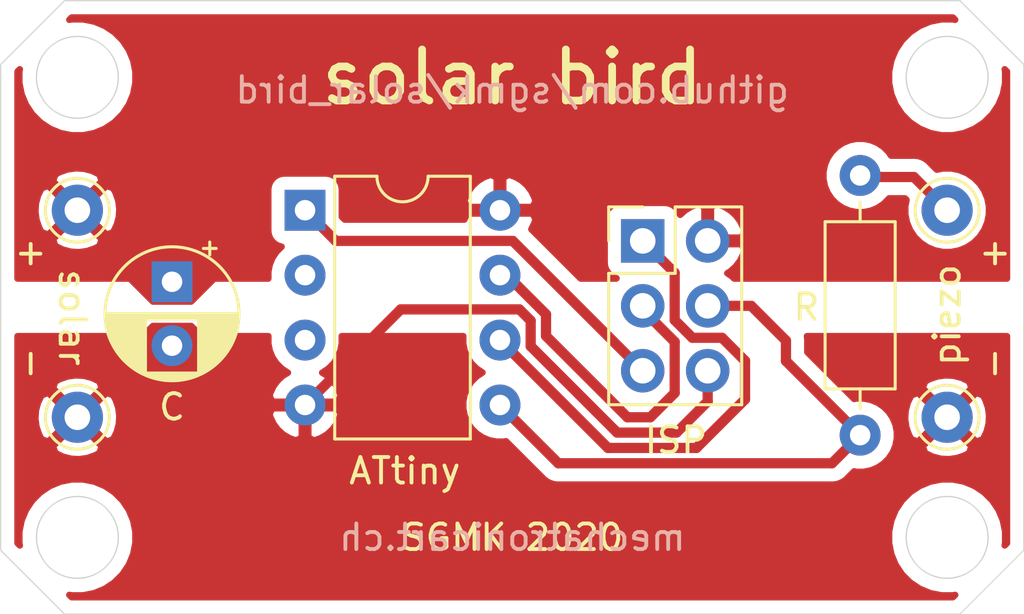
<source format=kicad_pcb>
(kicad_pcb (version 20171130) (host pcbnew 5.1.7-a382d34a8~87~ubuntu16.04.1)

  (general
    (thickness 1.6)
    (drawings 26)
    (tracks 39)
    (zones 0)
    (modules 8)
    (nets 8)
  )

  (page A4)
  (title_block
    (title "solar bird")
    (date 2020-10-19)
  )

  (layers
    (0 F.Cu signal)
    (31 B.Cu signal hide)
    (32 B.Adhes user hide)
    (33 F.Adhes user hide)
    (34 B.Paste user hide)
    (35 F.Paste user hide)
    (36 B.SilkS user hide)
    (37 F.SilkS user)
    (38 B.Mask user hide)
    (39 F.Mask user hide)
    (40 Dwgs.User user)
    (41 Cmts.User user)
    (42 Eco1.User user)
    (43 Eco2.User user)
    (44 Edge.Cuts user)
    (45 Margin user)
    (46 B.CrtYd user)
    (47 F.CrtYd user)
    (48 B.Fab user)
    (49 F.Fab user hide)
  )

  (setup
    (last_trace_width 0.4)
    (trace_clearance 0.2)
    (zone_clearance 0.508)
    (zone_45_only no)
    (trace_min 0.2)
    (via_size 0.8)
    (via_drill 0.4)
    (via_min_size 0.4)
    (via_min_drill 0.3)
    (uvia_size 0.3)
    (uvia_drill 0.1)
    (uvias_allowed no)
    (uvia_min_size 0.2)
    (uvia_min_drill 0.1)
    (edge_width 0.05)
    (segment_width 0.2)
    (pcb_text_width 0.3)
    (pcb_text_size 1.5 1.5)
    (mod_edge_width 0.12)
    (mod_text_size 1 1)
    (mod_text_width 0.15)
    (pad_size 1.524 1.524)
    (pad_drill 0.762)
    (pad_to_mask_clearance 0)
    (aux_axis_origin 0 0)
    (grid_origin 100.7 80.2)
    (visible_elements FFFFFF7F)
    (pcbplotparams
      (layerselection 0x010fc_ffffffff)
      (usegerberextensions false)
      (usegerberattributes true)
      (usegerberadvancedattributes true)
      (creategerberjobfile true)
      (excludeedgelayer true)
      (linewidth 0.100000)
      (plotframeref false)
      (viasonmask false)
      (mode 1)
      (useauxorigin false)
      (hpglpennumber 1)
      (hpglpenspeed 20)
      (hpglpendiameter 15.000000)
      (psnegative false)
      (psa4output false)
      (plotreference true)
      (plotvalue true)
      (plotinvisibletext false)
      (padsonsilk false)
      (subtractmaskfromsilk false)
      (outputformat 1)
      (mirror false)
      (drillshape 1)
      (scaleselection 1)
      (outputdirectory ""))
  )

  (net 0 "")
  (net 1 VCC)
  (net 2 GND)
  (net 3 "Net-(J3-Pad1)")
  (net 4 /MISO)
  (net 5 /SCK)
  (net 6 /MOSI)
  (net 7 /RESET)

  (net_class Default "This is the default net class."
    (clearance 0.2)
    (trace_width 0.4)
    (via_dia 0.8)
    (via_drill 0.4)
    (uvia_dia 0.3)
    (uvia_drill 0.1)
    (add_net /MISO)
    (add_net /MOSI)
    (add_net /RESET)
    (add_net /SCK)
    (add_net GND)
    (add_net "Net-(J3-Pad1)")
    (add_net VCC)
  )

  (module Connector_Pin:Pin_D1.0mm_L10.0mm (layer F.Cu) (tedit 5A1DC084) (tstamp 5F8DD62C)
    (at 103.7 91.4)
    (descr "solder Pin_ diameter 1.0mm, hole diameter 1.0mm (press fit), length 10.0mm")
    (tags "solder Pin_ press fit")
    (path /5F8EEEE8)
    (fp_text reference J1 (at 0 -2.1) (layer F.SilkS) hide
      (effects (font (size 0.8 0.8) (thickness 0.15)))
    )
    (fp_text value Conn_01x01 (at 0 -2.05) (layer F.Fab)
      (effects (font (size 1 1) (thickness 0.15)))
    )
    (fp_circle (center 0 0) (end 1.25 0.05) (layer F.SilkS) (width 0.12))
    (fp_circle (center 0 0) (end 1 0) (layer F.Fab) (width 0.12))
    (fp_circle (center 0 0) (end 0.5 0) (layer F.Fab) (width 0.12))
    (fp_circle (center 0 0) (end 1.5 0) (layer F.CrtYd) (width 0.05))
    (fp_text user %R (at 0 2.25) (layer F.Fab)
      (effects (font (size 1 1) (thickness 0.15)))
    )
    (pad 1 thru_hole circle (at 0 0) (size 2 2) (drill 1) (layers *.Cu *.Mask)
      (net 1 VCC))
  )

  (module Connector_Pin:Pin_D1.0mm_L10.0mm (layer F.Cu) (tedit 5A1DC084) (tstamp 5F8DD636)
    (at 103.7 99.5)
    (descr "solder Pin_ diameter 1.0mm, hole diameter 1.0mm (press fit), length 10.0mm")
    (tags "solder Pin_ press fit")
    (path /5F8F0CE1)
    (fp_text reference J2 (at 0 2.25) (layer F.SilkS) hide
      (effects (font (size 0.8 0.8) (thickness 0.15)))
    )
    (fp_text value Conn_01x01 (at 0 -2.05) (layer F.Fab)
      (effects (font (size 1 1) (thickness 0.15)))
    )
    (fp_circle (center 0 0) (end 1.5 0) (layer F.CrtYd) (width 0.05))
    (fp_circle (center 0 0) (end 0.5 0) (layer F.Fab) (width 0.12))
    (fp_circle (center 0 0) (end 1 0) (layer F.Fab) (width 0.12))
    (fp_circle (center 0 0) (end 1.25 0.05) (layer F.SilkS) (width 0.12))
    (fp_text user %R (at 0 2.25) (layer F.Fab)
      (effects (font (size 1 1) (thickness 0.15)))
    )
    (pad 1 thru_hole circle (at 0 0) (size 2 2) (drill 1) (layers *.Cu *.Mask)
      (net 2 GND))
  )

  (module Connector_Pin:Pin_D1.0mm_L10.0mm (layer F.Cu) (tedit 5A1DC084) (tstamp 5F8DD640)
    (at 137.7 91.4)
    (descr "solder Pin_ diameter 1.0mm, hole diameter 1.0mm (press fit), length 10.0mm")
    (tags "solder Pin_ press fit")
    (path /5F8DD0FA)
    (fp_text reference J3 (at 0 -2.1) (layer F.SilkS) hide
      (effects (font (size 0.8 0.8) (thickness 0.15)))
    )
    (fp_text value Conn_01x01 (at 0 -2.05) (layer F.Fab)
      (effects (font (size 1 1) (thickness 0.15)))
    )
    (fp_circle (center 0 0) (end 1.25 0.05) (layer F.SilkS) (width 0.12))
    (fp_circle (center 0 0) (end 1 0) (layer F.Fab) (width 0.12))
    (fp_circle (center 0 0) (end 0.5 0) (layer F.Fab) (width 0.12))
    (fp_circle (center 0 0) (end 1.5 0) (layer F.CrtYd) (width 0.05))
    (fp_text user %R (at 0 2.25) (layer F.Fab)
      (effects (font (size 1 1) (thickness 0.15)))
    )
    (pad 1 thru_hole circle (at 0 0) (size 2 2) (drill 1) (layers *.Cu *.Mask)
      (net 3 "Net-(J3-Pad1)"))
  )

  (module Connector_Pin:Pin_D1.0mm_L10.0mm (layer F.Cu) (tedit 5A1DC084) (tstamp 5F8DD64A)
    (at 137.7 99.5)
    (descr "solder Pin_ diameter 1.0mm, hole diameter 1.0mm (press fit), length 10.0mm")
    (tags "solder Pin_ press fit")
    (path /5F8DDD65)
    (fp_text reference J4 (at 0 2.2) (layer F.SilkS) hide
      (effects (font (size 0.8 0.8) (thickness 0.15)))
    )
    (fp_text value Conn_01x01 (at 0 -2.05) (layer F.Fab)
      (effects (font (size 1 1) (thickness 0.15)))
    )
    (fp_circle (center 0 0) (end 1.5 0) (layer F.CrtYd) (width 0.05))
    (fp_circle (center 0 0) (end 0.5 0) (layer F.Fab) (width 0.12))
    (fp_circle (center 0 0) (end 1 0) (layer F.Fab) (width 0.12))
    (fp_circle (center 0 0) (end 1.25 0.05) (layer F.SilkS) (width 0.12))
    (fp_text user %R (at 0 2.25) (layer F.Fab)
      (effects (font (size 1 1) (thickness 0.15)))
    )
    (pad 1 thru_hole circle (at 0 0) (size 2 2) (drill 1) (layers *.Cu *.Mask)
      (net 2 GND))
  )

  (module Connector_PinHeader_2.54mm:PinHeader_2x03_P2.54mm_Vertical (layer F.Cu) (tedit 59FED5CC) (tstamp 5F8DE145)
    (at 125.8 92.6)
    (descr "Through hole straight pin header, 2x03, 2.54mm pitch, double rows")
    (tags "Through hole pin header THT 2x03 2.54mm double row")
    (path /5F8D8E9C)
    (fp_text reference J5 (at 1.27 -2.33) (layer F.SilkS) hide
      (effects (font (size 0.8 0.8) (thickness 0.15)))
    )
    (fp_text value Conn_02x03_Odd_Even (at 1.27 7.41) (layer F.Fab)
      (effects (font (size 1 1) (thickness 0.15)))
    )
    (fp_line (start 0 -1.27) (end 3.81 -1.27) (layer F.Fab) (width 0.1))
    (fp_line (start 3.81 -1.27) (end 3.81 6.35) (layer F.Fab) (width 0.1))
    (fp_line (start 3.81 6.35) (end -1.27 6.35) (layer F.Fab) (width 0.1))
    (fp_line (start -1.27 6.35) (end -1.27 0) (layer F.Fab) (width 0.1))
    (fp_line (start -1.27 0) (end 0 -1.27) (layer F.Fab) (width 0.1))
    (fp_line (start -1.33 6.41) (end 3.87 6.41) (layer F.SilkS) (width 0.12))
    (fp_line (start -1.33 1.27) (end -1.33 6.41) (layer F.SilkS) (width 0.12))
    (fp_line (start 3.87 -1.33) (end 3.87 6.41) (layer F.SilkS) (width 0.12))
    (fp_line (start -1.33 1.27) (end 1.27 1.27) (layer F.SilkS) (width 0.12))
    (fp_line (start 1.27 1.27) (end 1.27 -1.33) (layer F.SilkS) (width 0.12))
    (fp_line (start 1.27 -1.33) (end 3.87 -1.33) (layer F.SilkS) (width 0.12))
    (fp_line (start -1.33 0) (end -1.33 -1.33) (layer F.SilkS) (width 0.12))
    (fp_line (start -1.33 -1.33) (end 0 -1.33) (layer F.SilkS) (width 0.12))
    (fp_line (start -1.8 -1.8) (end -1.8 6.85) (layer F.CrtYd) (width 0.05))
    (fp_line (start -1.8 6.85) (end 4.35 6.85) (layer F.CrtYd) (width 0.05))
    (fp_line (start 4.35 6.85) (end 4.35 -1.8) (layer F.CrtYd) (width 0.05))
    (fp_line (start 4.35 -1.8) (end -1.8 -1.8) (layer F.CrtYd) (width 0.05))
    (fp_text user %R (at 1.27 2.54 90) (layer F.Fab)
      (effects (font (size 1 1) (thickness 0.15)))
    )
    (pad 1 thru_hole rect (at 0 0) (size 1.7 1.7) (drill 1) (layers *.Cu *.Mask)
      (net 4 /MISO))
    (pad 2 thru_hole oval (at 2.54 0) (size 1.7 1.7) (drill 1) (layers *.Cu *.Mask)
      (net 1 VCC))
    (pad 3 thru_hole oval (at 0 2.54) (size 1.7 1.7) (drill 1) (layers *.Cu *.Mask)
      (net 5 /SCK))
    (pad 4 thru_hole oval (at 2.54 2.54) (size 1.7 1.7) (drill 1) (layers *.Cu *.Mask)
      (net 6 /MOSI))
    (pad 5 thru_hole oval (at 0 5.08) (size 1.7 1.7) (drill 1) (layers *.Cu *.Mask)
      (net 7 /RESET))
    (pad 6 thru_hole oval (at 2.54 5.08) (size 1.7 1.7) (drill 1) (layers *.Cu *.Mask)
      (net 2 GND))
    (model ${KISYS3DMOD}/Connector_PinHeader_2.54mm.3dshapes/PinHeader_2x03_P2.54mm_Vertical.wrl
      (at (xyz 0 0 0))
      (scale (xyz 1 1 1))
      (rotate (xyz 0 0 0))
    )
  )

  (module Resistor_THT:R_Axial_DIN0207_L6.3mm_D2.5mm_P10.16mm_Horizontal (layer F.Cu) (tedit 5AE5139B) (tstamp 5F8DDA9E)
    (at 134.3 100.2 90)
    (descr "Resistor, Axial_DIN0207 series, Axial, Horizontal, pin pitch=10.16mm, 0.25W = 1/4W, length*diameter=6.3*2.5mm^2, http://cdn-reichelt.de/documents/datenblatt/B400/1_4W%23YAG.pdf")
    (tags "Resistor Axial_DIN0207 series Axial Horizontal pin pitch 10.16mm 0.25W = 1/4W length 6.3mm diameter 2.5mm")
    (path /5F8D992D)
    (fp_text reference R1 (at 5.08 -2.37 90) (layer F.SilkS) hide
      (effects (font (size 0.8 0.8) (thickness 0.15)))
    )
    (fp_text value 1k (at 5.08 2.37 90) (layer F.Fab)
      (effects (font (size 1 1) (thickness 0.15)))
    )
    (fp_line (start 1.93 -1.25) (end 1.93 1.25) (layer F.Fab) (width 0.1))
    (fp_line (start 1.93 1.25) (end 8.23 1.25) (layer F.Fab) (width 0.1))
    (fp_line (start 8.23 1.25) (end 8.23 -1.25) (layer F.Fab) (width 0.1))
    (fp_line (start 8.23 -1.25) (end 1.93 -1.25) (layer F.Fab) (width 0.1))
    (fp_line (start 0 0) (end 1.93 0) (layer F.Fab) (width 0.1))
    (fp_line (start 10.16 0) (end 8.23 0) (layer F.Fab) (width 0.1))
    (fp_line (start 1.81 -1.37) (end 1.81 1.37) (layer F.SilkS) (width 0.12))
    (fp_line (start 1.81 1.37) (end 8.35 1.37) (layer F.SilkS) (width 0.12))
    (fp_line (start 8.35 1.37) (end 8.35 -1.37) (layer F.SilkS) (width 0.12))
    (fp_line (start 8.35 -1.37) (end 1.81 -1.37) (layer F.SilkS) (width 0.12))
    (fp_line (start 1.04 0) (end 1.81 0) (layer F.SilkS) (width 0.12))
    (fp_line (start 9.12 0) (end 8.35 0) (layer F.SilkS) (width 0.12))
    (fp_line (start -1.05 -1.5) (end -1.05 1.5) (layer F.CrtYd) (width 0.05))
    (fp_line (start -1.05 1.5) (end 11.21 1.5) (layer F.CrtYd) (width 0.05))
    (fp_line (start 11.21 1.5) (end 11.21 -1.5) (layer F.CrtYd) (width 0.05))
    (fp_line (start 11.21 -1.5) (end -1.05 -1.5) (layer F.CrtYd) (width 0.05))
    (fp_text user %R (at 5.08 0 90) (layer F.Fab)
      (effects (font (size 1 1) (thickness 0.15)))
    )
    (pad 1 thru_hole circle (at 0 0 90) (size 1.6 1.6) (drill 0.8) (layers *.Cu *.Mask)
      (net 6 /MOSI))
    (pad 2 thru_hole oval (at 10.16 0 90) (size 1.6 1.6) (drill 0.8) (layers *.Cu *.Mask)
      (net 3 "Net-(J3-Pad1)"))
    (model ${KISYS3DMOD}/Resistor_THT.3dshapes/R_Axial_DIN0207_L6.3mm_D2.5mm_P10.16mm_Horizontal.wrl
      (at (xyz 0 0 0))
      (scale (xyz 1 1 1))
      (rotate (xyz 0 0 0))
    )
  )

  (module Package_DIP:DIP-8_W7.62mm (layer F.Cu) (tedit 5A02E8C5) (tstamp 5F8DD699)
    (at 112.6 91.4)
    (descr "8-lead though-hole mounted DIP package, row spacing 7.62 mm (300 mils)")
    (tags "THT DIP DIL PDIP 2.54mm 7.62mm 300mil")
    (path /5F8D6795)
    (fp_text reference U1 (at 3.7 9.9) (layer F.SilkS) hide
      (effects (font (size 0.8 0.8) (thickness 0.15)))
    )
    (fp_text value ATtiny13V-10PU (at 3.81 9.95) (layer F.Fab)
      (effects (font (size 1 1) (thickness 0.15)))
    )
    (fp_line (start 1.635 -1.27) (end 6.985 -1.27) (layer F.Fab) (width 0.1))
    (fp_line (start 6.985 -1.27) (end 6.985 8.89) (layer F.Fab) (width 0.1))
    (fp_line (start 6.985 8.89) (end 0.635 8.89) (layer F.Fab) (width 0.1))
    (fp_line (start 0.635 8.89) (end 0.635 -0.27) (layer F.Fab) (width 0.1))
    (fp_line (start 0.635 -0.27) (end 1.635 -1.27) (layer F.Fab) (width 0.1))
    (fp_line (start 2.81 -1.33) (end 1.16 -1.33) (layer F.SilkS) (width 0.12))
    (fp_line (start 1.16 -1.33) (end 1.16 8.95) (layer F.SilkS) (width 0.12))
    (fp_line (start 1.16 8.95) (end 6.46 8.95) (layer F.SilkS) (width 0.12))
    (fp_line (start 6.46 8.95) (end 6.46 -1.33) (layer F.SilkS) (width 0.12))
    (fp_line (start 6.46 -1.33) (end 4.81 -1.33) (layer F.SilkS) (width 0.12))
    (fp_line (start -1.1 -1.55) (end -1.1 9.15) (layer F.CrtYd) (width 0.05))
    (fp_line (start -1.1 9.15) (end 8.7 9.15) (layer F.CrtYd) (width 0.05))
    (fp_line (start 8.7 9.15) (end 8.7 -1.55) (layer F.CrtYd) (width 0.05))
    (fp_line (start 8.7 -1.55) (end -1.1 -1.55) (layer F.CrtYd) (width 0.05))
    (fp_arc (start 3.81 -1.33) (end 2.81 -1.33) (angle -180) (layer F.SilkS) (width 0.12))
    (fp_text user %R (at 3.81 3.81) (layer F.Fab)
      (effects (font (size 1 1) (thickness 0.15)))
    )
    (pad 1 thru_hole rect (at 0 0) (size 1.6 1.6) (drill 0.8) (layers *.Cu *.Mask)
      (net 7 /RESET))
    (pad 5 thru_hole oval (at 7.62 7.62) (size 1.6 1.6) (drill 0.8) (layers *.Cu *.Mask)
      (net 6 /MOSI))
    (pad 2 thru_hole oval (at 0 2.54) (size 1.6 1.6) (drill 0.8) (layers *.Cu *.Mask))
    (pad 6 thru_hole oval (at 7.62 5.08) (size 1.6 1.6) (drill 0.8) (layers *.Cu *.Mask)
      (net 4 /MISO))
    (pad 3 thru_hole oval (at 0 5.08) (size 1.6 1.6) (drill 0.8) (layers *.Cu *.Mask))
    (pad 7 thru_hole oval (at 7.62 2.54) (size 1.6 1.6) (drill 0.8) (layers *.Cu *.Mask)
      (net 5 /SCK))
    (pad 4 thru_hole oval (at 0 7.62) (size 1.6 1.6) (drill 0.8) (layers *.Cu *.Mask)
      (net 2 GND))
    (pad 8 thru_hole oval (at 7.62 0) (size 1.6 1.6) (drill 0.8) (layers *.Cu *.Mask)
      (net 1 VCC))
    (model ${KISYS3DMOD}/Package_DIP.3dshapes/DIP-8_W7.62mm.wrl
      (at (xyz 0 0 0))
      (scale (xyz 1 1 1))
      (rotate (xyz 0 0 0))
    )
  )

  (module Capacitor_THT:CP_Radial_D5.0mm_P2.50mm (layer F.Cu) (tedit 5AE50EF0) (tstamp 5F8DE938)
    (at 107.4 94.2 270)
    (descr "CP, Radial series, Radial, pin pitch=2.50mm, , diameter=5mm, Electrolytic Capacitor")
    (tags "CP Radial series Radial pin pitch 2.50mm  diameter 5mm Electrolytic Capacitor")
    (path /5F8DA129)
    (zone_connect 2)
    (fp_text reference C1 (at 4.8 0 180) (layer F.SilkS) hide
      (effects (font (size 0.8 0.8) (thickness 0.15)))
    )
    (fp_text value 10u (at 1.25 3.75 90) (layer F.Fab)
      (effects (font (size 1 1) (thickness 0.15)))
    )
    (fp_circle (center 1.25 0) (end 3.75 0) (layer F.Fab) (width 0.1))
    (fp_circle (center 1.25 0) (end 3.87 0) (layer F.SilkS) (width 0.12))
    (fp_circle (center 1.25 0) (end 4 0) (layer F.CrtYd) (width 0.05))
    (fp_line (start -0.883605 -1.0875) (end -0.383605 -1.0875) (layer F.Fab) (width 0.1))
    (fp_line (start -0.633605 -1.3375) (end -0.633605 -0.8375) (layer F.Fab) (width 0.1))
    (fp_line (start 1.25 -2.58) (end 1.25 2.58) (layer F.SilkS) (width 0.12))
    (fp_line (start 1.29 -2.58) (end 1.29 2.58) (layer F.SilkS) (width 0.12))
    (fp_line (start 1.33 -2.579) (end 1.33 2.579) (layer F.SilkS) (width 0.12))
    (fp_line (start 1.37 -2.578) (end 1.37 2.578) (layer F.SilkS) (width 0.12))
    (fp_line (start 1.41 -2.576) (end 1.41 2.576) (layer F.SilkS) (width 0.12))
    (fp_line (start 1.45 -2.573) (end 1.45 2.573) (layer F.SilkS) (width 0.12))
    (fp_line (start 1.49 -2.569) (end 1.49 -1.04) (layer F.SilkS) (width 0.12))
    (fp_line (start 1.49 1.04) (end 1.49 2.569) (layer F.SilkS) (width 0.12))
    (fp_line (start 1.53 -2.565) (end 1.53 -1.04) (layer F.SilkS) (width 0.12))
    (fp_line (start 1.53 1.04) (end 1.53 2.565) (layer F.SilkS) (width 0.12))
    (fp_line (start 1.57 -2.561) (end 1.57 -1.04) (layer F.SilkS) (width 0.12))
    (fp_line (start 1.57 1.04) (end 1.57 2.561) (layer F.SilkS) (width 0.12))
    (fp_line (start 1.61 -2.556) (end 1.61 -1.04) (layer F.SilkS) (width 0.12))
    (fp_line (start 1.61 1.04) (end 1.61 2.556) (layer F.SilkS) (width 0.12))
    (fp_line (start 1.65 -2.55) (end 1.65 -1.04) (layer F.SilkS) (width 0.12))
    (fp_line (start 1.65 1.04) (end 1.65 2.55) (layer F.SilkS) (width 0.12))
    (fp_line (start 1.69 -2.543) (end 1.69 -1.04) (layer F.SilkS) (width 0.12))
    (fp_line (start 1.69 1.04) (end 1.69 2.543) (layer F.SilkS) (width 0.12))
    (fp_line (start 1.73 -2.536) (end 1.73 -1.04) (layer F.SilkS) (width 0.12))
    (fp_line (start 1.73 1.04) (end 1.73 2.536) (layer F.SilkS) (width 0.12))
    (fp_line (start 1.77 -2.528) (end 1.77 -1.04) (layer F.SilkS) (width 0.12))
    (fp_line (start 1.77 1.04) (end 1.77 2.528) (layer F.SilkS) (width 0.12))
    (fp_line (start 1.81 -2.52) (end 1.81 -1.04) (layer F.SilkS) (width 0.12))
    (fp_line (start 1.81 1.04) (end 1.81 2.52) (layer F.SilkS) (width 0.12))
    (fp_line (start 1.85 -2.511) (end 1.85 -1.04) (layer F.SilkS) (width 0.12))
    (fp_line (start 1.85 1.04) (end 1.85 2.511) (layer F.SilkS) (width 0.12))
    (fp_line (start 1.89 -2.501) (end 1.89 -1.04) (layer F.SilkS) (width 0.12))
    (fp_line (start 1.89 1.04) (end 1.89 2.501) (layer F.SilkS) (width 0.12))
    (fp_line (start 1.93 -2.491) (end 1.93 -1.04) (layer F.SilkS) (width 0.12))
    (fp_line (start 1.93 1.04) (end 1.93 2.491) (layer F.SilkS) (width 0.12))
    (fp_line (start 1.971 -2.48) (end 1.971 -1.04) (layer F.SilkS) (width 0.12))
    (fp_line (start 1.971 1.04) (end 1.971 2.48) (layer F.SilkS) (width 0.12))
    (fp_line (start 2.011 -2.468) (end 2.011 -1.04) (layer F.SilkS) (width 0.12))
    (fp_line (start 2.011 1.04) (end 2.011 2.468) (layer F.SilkS) (width 0.12))
    (fp_line (start 2.051 -2.455) (end 2.051 -1.04) (layer F.SilkS) (width 0.12))
    (fp_line (start 2.051 1.04) (end 2.051 2.455) (layer F.SilkS) (width 0.12))
    (fp_line (start 2.091 -2.442) (end 2.091 -1.04) (layer F.SilkS) (width 0.12))
    (fp_line (start 2.091 1.04) (end 2.091 2.442) (layer F.SilkS) (width 0.12))
    (fp_line (start 2.131 -2.428) (end 2.131 -1.04) (layer F.SilkS) (width 0.12))
    (fp_line (start 2.131 1.04) (end 2.131 2.428) (layer F.SilkS) (width 0.12))
    (fp_line (start 2.171 -2.414) (end 2.171 -1.04) (layer F.SilkS) (width 0.12))
    (fp_line (start 2.171 1.04) (end 2.171 2.414) (layer F.SilkS) (width 0.12))
    (fp_line (start 2.211 -2.398) (end 2.211 -1.04) (layer F.SilkS) (width 0.12))
    (fp_line (start 2.211 1.04) (end 2.211 2.398) (layer F.SilkS) (width 0.12))
    (fp_line (start 2.251 -2.382) (end 2.251 -1.04) (layer F.SilkS) (width 0.12))
    (fp_line (start 2.251 1.04) (end 2.251 2.382) (layer F.SilkS) (width 0.12))
    (fp_line (start 2.291 -2.365) (end 2.291 -1.04) (layer F.SilkS) (width 0.12))
    (fp_line (start 2.291 1.04) (end 2.291 2.365) (layer F.SilkS) (width 0.12))
    (fp_line (start 2.331 -2.348) (end 2.331 -1.04) (layer F.SilkS) (width 0.12))
    (fp_line (start 2.331 1.04) (end 2.331 2.348) (layer F.SilkS) (width 0.12))
    (fp_line (start 2.371 -2.329) (end 2.371 -1.04) (layer F.SilkS) (width 0.12))
    (fp_line (start 2.371 1.04) (end 2.371 2.329) (layer F.SilkS) (width 0.12))
    (fp_line (start 2.411 -2.31) (end 2.411 -1.04) (layer F.SilkS) (width 0.12))
    (fp_line (start 2.411 1.04) (end 2.411 2.31) (layer F.SilkS) (width 0.12))
    (fp_line (start 2.451 -2.29) (end 2.451 -1.04) (layer F.SilkS) (width 0.12))
    (fp_line (start 2.451 1.04) (end 2.451 2.29) (layer F.SilkS) (width 0.12))
    (fp_line (start 2.491 -2.268) (end 2.491 -1.04) (layer F.SilkS) (width 0.12))
    (fp_line (start 2.491 1.04) (end 2.491 2.268) (layer F.SilkS) (width 0.12))
    (fp_line (start 2.531 -2.247) (end 2.531 -1.04) (layer F.SilkS) (width 0.12))
    (fp_line (start 2.531 1.04) (end 2.531 2.247) (layer F.SilkS) (width 0.12))
    (fp_line (start 2.571 -2.224) (end 2.571 -1.04) (layer F.SilkS) (width 0.12))
    (fp_line (start 2.571 1.04) (end 2.571 2.224) (layer F.SilkS) (width 0.12))
    (fp_line (start 2.611 -2.2) (end 2.611 -1.04) (layer F.SilkS) (width 0.12))
    (fp_line (start 2.611 1.04) (end 2.611 2.2) (layer F.SilkS) (width 0.12))
    (fp_line (start 2.651 -2.175) (end 2.651 -1.04) (layer F.SilkS) (width 0.12))
    (fp_line (start 2.651 1.04) (end 2.651 2.175) (layer F.SilkS) (width 0.12))
    (fp_line (start 2.691 -2.149) (end 2.691 -1.04) (layer F.SilkS) (width 0.12))
    (fp_line (start 2.691 1.04) (end 2.691 2.149) (layer F.SilkS) (width 0.12))
    (fp_line (start 2.731 -2.122) (end 2.731 -1.04) (layer F.SilkS) (width 0.12))
    (fp_line (start 2.731 1.04) (end 2.731 2.122) (layer F.SilkS) (width 0.12))
    (fp_line (start 2.771 -2.095) (end 2.771 -1.04) (layer F.SilkS) (width 0.12))
    (fp_line (start 2.771 1.04) (end 2.771 2.095) (layer F.SilkS) (width 0.12))
    (fp_line (start 2.811 -2.065) (end 2.811 -1.04) (layer F.SilkS) (width 0.12))
    (fp_line (start 2.811 1.04) (end 2.811 2.065) (layer F.SilkS) (width 0.12))
    (fp_line (start 2.851 -2.035) (end 2.851 -1.04) (layer F.SilkS) (width 0.12))
    (fp_line (start 2.851 1.04) (end 2.851 2.035) (layer F.SilkS) (width 0.12))
    (fp_line (start 2.891 -2.004) (end 2.891 -1.04) (layer F.SilkS) (width 0.12))
    (fp_line (start 2.891 1.04) (end 2.891 2.004) (layer F.SilkS) (width 0.12))
    (fp_line (start 2.931 -1.971) (end 2.931 -1.04) (layer F.SilkS) (width 0.12))
    (fp_line (start 2.931 1.04) (end 2.931 1.971) (layer F.SilkS) (width 0.12))
    (fp_line (start 2.971 -1.937) (end 2.971 -1.04) (layer F.SilkS) (width 0.12))
    (fp_line (start 2.971 1.04) (end 2.971 1.937) (layer F.SilkS) (width 0.12))
    (fp_line (start 3.011 -1.901) (end 3.011 -1.04) (layer F.SilkS) (width 0.12))
    (fp_line (start 3.011 1.04) (end 3.011 1.901) (layer F.SilkS) (width 0.12))
    (fp_line (start 3.051 -1.864) (end 3.051 -1.04) (layer F.SilkS) (width 0.12))
    (fp_line (start 3.051 1.04) (end 3.051 1.864) (layer F.SilkS) (width 0.12))
    (fp_line (start 3.091 -1.826) (end 3.091 -1.04) (layer F.SilkS) (width 0.12))
    (fp_line (start 3.091 1.04) (end 3.091 1.826) (layer F.SilkS) (width 0.12))
    (fp_line (start 3.131 -1.785) (end 3.131 -1.04) (layer F.SilkS) (width 0.12))
    (fp_line (start 3.131 1.04) (end 3.131 1.785) (layer F.SilkS) (width 0.12))
    (fp_line (start 3.171 -1.743) (end 3.171 -1.04) (layer F.SilkS) (width 0.12))
    (fp_line (start 3.171 1.04) (end 3.171 1.743) (layer F.SilkS) (width 0.12))
    (fp_line (start 3.211 -1.699) (end 3.211 -1.04) (layer F.SilkS) (width 0.12))
    (fp_line (start 3.211 1.04) (end 3.211 1.699) (layer F.SilkS) (width 0.12))
    (fp_line (start 3.251 -1.653) (end 3.251 -1.04) (layer F.SilkS) (width 0.12))
    (fp_line (start 3.251 1.04) (end 3.251 1.653) (layer F.SilkS) (width 0.12))
    (fp_line (start 3.291 -1.605) (end 3.291 -1.04) (layer F.SilkS) (width 0.12))
    (fp_line (start 3.291 1.04) (end 3.291 1.605) (layer F.SilkS) (width 0.12))
    (fp_line (start 3.331 -1.554) (end 3.331 -1.04) (layer F.SilkS) (width 0.12))
    (fp_line (start 3.331 1.04) (end 3.331 1.554) (layer F.SilkS) (width 0.12))
    (fp_line (start 3.371 -1.5) (end 3.371 -1.04) (layer F.SilkS) (width 0.12))
    (fp_line (start 3.371 1.04) (end 3.371 1.5) (layer F.SilkS) (width 0.12))
    (fp_line (start 3.411 -1.443) (end 3.411 -1.04) (layer F.SilkS) (width 0.12))
    (fp_line (start 3.411 1.04) (end 3.411 1.443) (layer F.SilkS) (width 0.12))
    (fp_line (start 3.451 -1.383) (end 3.451 -1.04) (layer F.SilkS) (width 0.12))
    (fp_line (start 3.451 1.04) (end 3.451 1.383) (layer F.SilkS) (width 0.12))
    (fp_line (start 3.491 -1.319) (end 3.491 -1.04) (layer F.SilkS) (width 0.12))
    (fp_line (start 3.491 1.04) (end 3.491 1.319) (layer F.SilkS) (width 0.12))
    (fp_line (start 3.531 -1.251) (end 3.531 -1.04) (layer F.SilkS) (width 0.12))
    (fp_line (start 3.531 1.04) (end 3.531 1.251) (layer F.SilkS) (width 0.12))
    (fp_line (start 3.571 -1.178) (end 3.571 1.178) (layer F.SilkS) (width 0.12))
    (fp_line (start 3.611 -1.098) (end 3.611 1.098) (layer F.SilkS) (width 0.12))
    (fp_line (start 3.651 -1.011) (end 3.651 1.011) (layer F.SilkS) (width 0.12))
    (fp_line (start 3.691 -0.915) (end 3.691 0.915) (layer F.SilkS) (width 0.12))
    (fp_line (start 3.731 -0.805) (end 3.731 0.805) (layer F.SilkS) (width 0.12))
    (fp_line (start 3.771 -0.677) (end 3.771 0.677) (layer F.SilkS) (width 0.12))
    (fp_line (start 3.811 -0.518) (end 3.811 0.518) (layer F.SilkS) (width 0.12))
    (fp_line (start 3.851 -0.284) (end 3.851 0.284) (layer F.SilkS) (width 0.12))
    (fp_line (start -1.554775 -1.475) (end -1.054775 -1.475) (layer F.SilkS) (width 0.12))
    (fp_line (start -1.304775 -1.725) (end -1.304775 -1.225) (layer F.SilkS) (width 0.12))
    (fp_text user %R (at 1.25 0 90) (layer F.Fab)
      (effects (font (size 1 1) (thickness 0.15)))
    )
    (pad 1 thru_hole rect (at 0 0 270) (size 1.6 1.6) (drill 0.8) (layers *.Cu *.Mask)
      (net 1 VCC) (zone_connect 2))
    (pad 2 thru_hole circle (at 2.5 0 270) (size 1.6 1.6) (drill 0.8) (layers *.Cu *.Mask)
      (net 2 GND) (zone_connect 2))
    (model ${KISYS3DMOD}/Capacitor_THT.3dshapes/CP_Radial_D5.0mm_P2.50mm.wrl
      (at (xyz 0 0 0))
      (scale (xyz 1 1 1))
      (rotate (xyz 0 0 0))
    )
  )

  (gr_text R (at 132.2 95.2) (layer F.SilkS) (tstamp 5F8E0A93)
    (effects (font (size 1 1) (thickness 0.15)))
  )
  (gr_text C (at 107.4 99.1) (layer F.SilkS) (tstamp 5F8E0A8D)
    (effects (font (size 1 1) (thickness 0.15)))
  )
  (gr_text ISP (at 127.1 100.4) (layer F.SilkS) (tstamp 5F8E0466)
    (effects (font (size 1 1) (thickness 0.15)))
  )
  (gr_text "SGMK 2020" (at 120.7 104.2) (layer F.SilkS)
    (effects (font (size 1 1) (thickness 0.15)))
  )
  (gr_text github.com/sgmk/solar_bird (at 120.7 86.7) (layer B.SilkS) (tstamp 5F8E03A9)
    (effects (font (size 1 1) (thickness 0.15)) (justify mirror))
  )
  (gr_text mechatronicart.ch (at 120.7 104.2) (layer B.SilkS)
    (effects (font (size 1 1) (thickness 0.15)) (justify mirror))
  )
  (gr_text + (at 139.5 93.1 90) (layer F.SilkS) (tstamp 5F8DFEF8)
    (effects (font (size 1 1) (thickness 0.15)))
  )
  (gr_text - (at 139.5 97.4 90) (layer F.SilkS) (tstamp 5F8DFEF7)
    (effects (font (size 1 1) (thickness 0.15)))
  )
  (gr_text - (at 101.8 97.4 90) (layer F.SilkS) (tstamp 5F8DFEED)
    (effects (font (size 1 1) (thickness 0.15)))
  )
  (gr_text + (at 101.8 93.1 90) (layer F.SilkS) (tstamp 5F8DFEE8)
    (effects (font (size 1 1) (thickness 0.15)))
  )
  (gr_line (start 138.2 107.2) (end 140.7 104.7) (layer Edge.Cuts) (width 0.05) (tstamp 5F8DFBD4))
  (gr_line (start 138.2 83.2) (end 140.7 85.7) (layer Edge.Cuts) (width 0.05) (tstamp 5F8DFBCE))
  (gr_line (start 100.7 85.7) (end 103.2 83.2) (layer Edge.Cuts) (width 0.05))
  (gr_line (start 100.7 104.7) (end 103.2 107.2) (layer Edge.Cuts) (width 0.05) (tstamp 5F8DFB5A))
  (gr_text ATtiny (at 116.5 101.6) (layer F.SilkS) (tstamp 5F8DF8F7)
    (effects (font (size 1 1) (thickness 0.15)))
  )
  (gr_text solar (at 103.5 95.6 270) (layer F.SilkS) (tstamp 5F8DF8F0)
    (effects (font (size 1 1) (thickness 0.15)))
  )
  (gr_text piezo (at 137.7 95.5 90) (layer F.SilkS)
    (effects (font (size 1 1) (thickness 0.15)))
  )
  (gr_circle (center 137.7 104.2) (end 139.3 104.2) (layer Edge.Cuts) (width 0.05) (tstamp 5F8DF35F))
  (gr_circle (center 137.7 86.2) (end 139.3 86.2) (layer Edge.Cuts) (width 0.05) (tstamp 5F8DF35D))
  (gr_circle (center 103.7 86.2) (end 105.3 86.2) (layer Edge.Cuts) (width 0.05) (tstamp 5F8DF294))
  (gr_circle (center 103.7 104.2) (end 105.3 104.2) (layer Edge.Cuts) (width 0.05))
  (gr_text "solar bird" (at 120.7 86.2) (layer F.SilkS)
    (effects (font (size 2 2) (thickness 0.3)))
  )
  (gr_line (start 100.7 104.7) (end 100.7 85.7) (layer Edge.Cuts) (width 0.05) (tstamp 5F8DD325))
  (gr_line (start 138.2 107.2) (end 103.2 107.2) (layer Edge.Cuts) (width 0.05))
  (gr_line (start 140.7 85.7) (end 140.7 104.7) (layer Edge.Cuts) (width 0.05))
  (gr_line (start 103.2 83.2) (end 138.2 83.2) (layer Edge.Cuts) (width 0.05))

  (segment (start 116.340001 95.279999) (end 112.6 99.02) (width 0.4) (layer F.Cu) (net 2))
  (segment (start 128.34 97.68) (end 128.34 98.882081) (width 0.4) (layer F.Cu) (net 2))
  (segment (start 120.979999 95.279999) (end 116.340001 95.279999) (width 0.4) (layer F.Cu) (net 2))
  (segment (start 124.800011 100.100011) (end 121.420001 96.720001) (width 0.4) (layer F.Cu) (net 2))
  (segment (start 121.420001 96.720001) (end 121.420001 95.720001) (width 0.4) (layer F.Cu) (net 2))
  (segment (start 127.12207 100.100011) (end 124.800011 100.100011) (width 0.4) (layer F.Cu) (net 2))
  (segment (start 128.34 98.882081) (end 127.12207 100.100011) (width 0.4) (layer F.Cu) (net 2))
  (segment (start 121.420001 95.720001) (end 120.979999 95.279999) (width 0.4) (layer F.Cu) (net 2))
  (segment (start 137.7 91.4) (end 136.4 90.1) (width 0.4) (layer F.Cu) (net 3))
  (segment (start 134.36 90.1) (end 134.3 90.04) (width 0.4) (layer F.Cu) (net 3))
  (segment (start 136.4 90.1) (end 134.36 90.1) (width 0.4) (layer F.Cu) (net 3))
  (segment (start 128.900003 96.390001) (end 127.739999 96.390001) (width 0.4) (layer F.Cu) (net 4))
  (segment (start 124.440022 100.700022) (end 127.899978 100.700022) (width 0.4) (layer F.Cu) (net 4))
  (segment (start 127.899978 100.700022) (end 129.8 98.8) (width 0.4) (layer F.Cu) (net 4))
  (segment (start 120.22 96.48) (end 124.440022 100.700022) (width 0.4) (layer F.Cu) (net 4))
  (segment (start 127.739999 96.390001) (end 127.050001 95.700003) (width 0.4) (layer F.Cu) (net 4))
  (segment (start 129.8 98.8) (end 129.8 97.289998) (width 0.4) (layer F.Cu) (net 4))
  (segment (start 127.050001 93.850001) (end 125.8 92.6) (width 0.4) (layer F.Cu) (net 4))
  (segment (start 127.050001 95.700003) (end 127.050001 93.850001) (width 0.4) (layer F.Cu) (net 4))
  (segment (start 129.8 97.289998) (end 128.900003 96.390001) (width 0.4) (layer F.Cu) (net 4))
  (segment (start 120.488543 93.94) (end 120.22 93.94) (width 0.4) (layer F.Cu) (net 5))
  (segment (start 122.020012 95.471469) (end 120.488543 93.94) (width 0.4) (layer F.Cu) (net 5))
  (segment (start 125.2 99.5) (end 122.020012 96.320012) (width 0.4) (layer F.Cu) (net 5))
  (segment (start 127.050001 98.549999) (end 126.1 99.5) (width 0.4) (layer F.Cu) (net 5))
  (segment (start 127.050001 96.548545) (end 127.050001 98.549999) (width 0.4) (layer F.Cu) (net 5))
  (segment (start 126.1 99.5) (end 125.2 99.5) (width 0.4) (layer F.Cu) (net 5))
  (segment (start 122.020012 96.320012) (end 122.020012 95.471469) (width 0.4) (layer F.Cu) (net 5))
  (segment (start 125.8 95.14) (end 125.8 95.298544) (width 0.4) (layer F.Cu) (net 5))
  (segment (start 125.8 95.298544) (end 127.050001 96.548545) (width 0.4) (layer F.Cu) (net 5))
  (segment (start 120.22 99.02) (end 122.500033 101.300033) (width 0.4) (layer F.Cu) (net 6))
  (segment (start 128.34 95.14) (end 130.04 95.14) (width 0.4) (layer F.Cu) (net 6))
  (segment (start 130.04 95.14) (end 131.4 96.5) (width 0.4) (layer F.Cu) (net 6))
  (segment (start 131.4 97.3) (end 134.3 100.2) (width 0.4) (layer F.Cu) (net 6))
  (segment (start 131.4 96.5) (end 131.4 97.3) (width 0.4) (layer F.Cu) (net 6))
  (segment (start 133.199967 101.300033) (end 134.3 100.2) (width 0.4) (layer F.Cu) (net 6))
  (segment (start 122.500033 101.300033) (end 133.199967 101.300033) (width 0.4) (layer F.Cu) (net 6))
  (segment (start 113.800001 92.600001) (end 120.720001 92.600001) (width 0.4) (layer F.Cu) (net 7))
  (segment (start 120.720001 92.600001) (end 125.8 97.68) (width 0.4) (layer F.Cu) (net 7))
  (segment (start 112.6 91.4) (end 113.800001 92.600001) (width 0.4) (layer F.Cu) (net 7))

  (zone (net 1) (net_name VCC) (layer F.Cu) (tstamp 0) (hatch edge 0.508)
    (connect_pads (clearance 0.508))
    (min_thickness 0.254)
    (fill yes (arc_segments 32) (thermal_gap 0.508) (thermal_bridge_width 0.508))
    (polygon
      (pts
        (xy 140.7 85.7) (xy 140.7 94.2) (xy 109.1 94.2) (xy 108.2 95.1) (xy 106.6 95.1)
        (xy 105.7 94.2) (xy 100.7 94.2) (xy 100.7 85.7) (xy 103.2 83.2) (xy 138.2 83.2)
      )
    )
    (filled_polygon
      (pts
        (xy 138.016003 83.949383) (xy 137.923479 83.930979) (xy 137.476521 83.930979) (xy 137.038151 84.018176) (xy 136.625215 84.18922)
        (xy 136.253583 84.437536) (xy 135.937536 84.753583) (xy 135.68922 85.125215) (xy 135.518176 85.538151) (xy 135.430979 85.976521)
        (xy 135.430979 86.423479) (xy 135.518176 86.861849) (xy 135.68922 87.274785) (xy 135.937536 87.646417) (xy 136.253583 87.962464)
        (xy 136.625215 88.21078) (xy 137.038151 88.381824) (xy 137.476521 88.469021) (xy 137.923479 88.469021) (xy 138.361849 88.381824)
        (xy 138.774785 88.21078) (xy 139.146417 87.962464) (xy 139.462464 87.646417) (xy 139.71078 87.274785) (xy 139.881824 86.861849)
        (xy 139.969021 86.423479) (xy 139.969021 85.976521) (xy 139.950617 85.883998) (xy 140.04 85.973381) (xy 140.04 94.073)
        (xy 129.373107 94.073) (xy 129.286632 93.986525) (xy 129.104466 93.864805) (xy 129.221355 93.795178) (xy 129.437588 93.600269)
        (xy 129.611641 93.36692) (xy 129.736825 93.104099) (xy 129.781476 92.95689) (xy 129.660155 92.727) (xy 128.467 92.727)
        (xy 128.467 92.747) (xy 128.213 92.747) (xy 128.213 92.727) (xy 128.193 92.727) (xy 128.193 92.473)
        (xy 128.213 92.473) (xy 128.213 91.279186) (xy 128.467 91.279186) (xy 128.467 92.473) (xy 129.660155 92.473)
        (xy 129.781476 92.24311) (xy 129.736825 92.095901) (xy 129.611641 91.83308) (xy 129.437588 91.599731) (xy 129.221355 91.404822)
        (xy 128.971252 91.255843) (xy 128.696891 91.158519) (xy 128.467 91.279186) (xy 128.213 91.279186) (xy 127.983109 91.158519)
        (xy 127.708748 91.255843) (xy 127.458645 91.404822) (xy 127.262498 91.581626) (xy 127.239502 91.50582) (xy 127.180537 91.395506)
        (xy 127.101185 91.298815) (xy 127.004494 91.219463) (xy 126.89418 91.160498) (xy 126.774482 91.124188) (xy 126.65 91.111928)
        (xy 124.95 91.111928) (xy 124.825518 91.124188) (xy 124.70582 91.160498) (xy 124.595506 91.219463) (xy 124.498815 91.298815)
        (xy 124.419463 91.395506) (xy 124.360498 91.50582) (xy 124.324188 91.625518) (xy 124.311928 91.75) (xy 124.311928 93.45)
        (xy 124.324188 93.574482) (xy 124.360498 93.69418) (xy 124.419463 93.804494) (xy 124.498815 93.901185) (xy 124.595506 93.980537)
        (xy 124.70582 94.039502) (xy 124.77838 94.061513) (xy 124.766893 94.073) (xy 123.373868 94.073) (xy 121.445609 92.144742)
        (xy 121.451037 92.13742) (xy 121.571246 91.883087) (xy 121.611904 91.749039) (xy 121.489915 91.527) (xy 120.347 91.527)
        (xy 120.347 91.547) (xy 120.093 91.547) (xy 120.093 91.527) (xy 118.950085 91.527) (xy 118.828096 91.749039)
        (xy 118.832937 91.765001) (xy 114.14587 91.765001) (xy 114.038072 91.657204) (xy 114.038072 91.050961) (xy 118.828096 91.050961)
        (xy 118.950085 91.273) (xy 120.093 91.273) (xy 120.093 90.129376) (xy 120.347 90.129376) (xy 120.347 91.273)
        (xy 121.489915 91.273) (xy 121.611904 91.050961) (xy 121.571246 90.916913) (xy 121.451037 90.66258) (xy 121.283519 90.436586)
        (xy 121.075131 90.247615) (xy 120.833881 90.10293) (xy 120.56904 90.008091) (xy 120.347 90.129376) (xy 120.093 90.129376)
        (xy 119.87096 90.008091) (xy 119.606119 90.10293) (xy 119.364869 90.247615) (xy 119.156481 90.436586) (xy 118.988963 90.66258)
        (xy 118.868754 90.916913) (xy 118.828096 91.050961) (xy 114.038072 91.050961) (xy 114.038072 90.6) (xy 114.025812 90.475518)
        (xy 113.989502 90.35582) (xy 113.930537 90.245506) (xy 113.851185 90.148815) (xy 113.754494 90.069463) (xy 113.64418 90.010498)
        (xy 113.524482 89.974188) (xy 113.4 89.961928) (xy 111.8 89.961928) (xy 111.675518 89.974188) (xy 111.55582 90.010498)
        (xy 111.445506 90.069463) (xy 111.348815 90.148815) (xy 111.269463 90.245506) (xy 111.210498 90.35582) (xy 111.174188 90.475518)
        (xy 111.161928 90.6) (xy 111.161928 92.2) (xy 111.174188 92.324482) (xy 111.210498 92.44418) (xy 111.269463 92.554494)
        (xy 111.348815 92.651185) (xy 111.445506 92.730537) (xy 111.55582 92.789502) (xy 111.675518 92.825812) (xy 111.683961 92.826643)
        (xy 111.485363 93.025241) (xy 111.32832 93.260273) (xy 111.220147 93.521426) (xy 111.165 93.798665) (xy 111.165 94.073)
        (xy 109.1 94.073) (xy 109.075224 94.07544) (xy 109.051399 94.082667) (xy 109.029443 94.094403) (xy 109.010197 94.110197)
        (xy 108.147394 94.973) (xy 106.652606 94.973) (xy 105.789803 94.110197) (xy 105.770557 94.094403) (xy 105.748601 94.082667)
        (xy 105.724776 94.07544) (xy 105.7 94.073) (xy 101.36 94.073) (xy 101.36 92.535413) (xy 102.744192 92.535413)
        (xy 102.839956 92.799814) (xy 103.129571 92.940704) (xy 103.441108 93.022384) (xy 103.762595 93.041718) (xy 104.081675 92.997961)
        (xy 104.386088 92.892795) (xy 104.560044 92.799814) (xy 104.655808 92.535413) (xy 103.7 91.579605) (xy 102.744192 92.535413)
        (xy 101.36 92.535413) (xy 101.36 91.462595) (xy 102.058282 91.462595) (xy 102.102039 91.781675) (xy 102.207205 92.086088)
        (xy 102.300186 92.260044) (xy 102.564587 92.355808) (xy 103.520395 91.4) (xy 103.879605 91.4) (xy 104.835413 92.355808)
        (xy 105.099814 92.260044) (xy 105.240704 91.970429) (xy 105.322384 91.658892) (xy 105.341718 91.337405) (xy 105.297961 91.018325)
        (xy 105.192795 90.713912) (xy 105.099814 90.539956) (xy 104.835413 90.444192) (xy 103.879605 91.4) (xy 103.520395 91.4)
        (xy 102.564587 90.444192) (xy 102.300186 90.539956) (xy 102.159296 90.829571) (xy 102.077616 91.141108) (xy 102.058282 91.462595)
        (xy 101.36 91.462595) (xy 101.36 90.264587) (xy 102.744192 90.264587) (xy 103.7 91.220395) (xy 104.655808 90.264587)
        (xy 104.560044 90.000186) (xy 104.351357 89.898665) (xy 132.865 89.898665) (xy 132.865 90.181335) (xy 132.920147 90.458574)
        (xy 133.02832 90.719727) (xy 133.185363 90.954759) (xy 133.385241 91.154637) (xy 133.620273 91.31168) (xy 133.881426 91.419853)
        (xy 134.158665 91.475) (xy 134.441335 91.475) (xy 134.718574 91.419853) (xy 134.979727 91.31168) (xy 135.214759 91.154637)
        (xy 135.414637 90.954759) (xy 135.42784 90.935) (xy 136.054133 90.935) (xy 136.113628 90.994496) (xy 136.065 91.238967)
        (xy 136.065 91.561033) (xy 136.127832 91.876912) (xy 136.251082 92.174463) (xy 136.430013 92.442252) (xy 136.657748 92.669987)
        (xy 136.925537 92.848918) (xy 137.223088 92.972168) (xy 137.538967 93.035) (xy 137.861033 93.035) (xy 138.176912 92.972168)
        (xy 138.474463 92.848918) (xy 138.742252 92.669987) (xy 138.969987 92.442252) (xy 139.148918 92.174463) (xy 139.272168 91.876912)
        (xy 139.335 91.561033) (xy 139.335 91.238967) (xy 139.272168 90.923088) (xy 139.148918 90.625537) (xy 138.969987 90.357748)
        (xy 138.742252 90.130013) (xy 138.474463 89.951082) (xy 138.176912 89.827832) (xy 137.861033 89.765) (xy 137.538967 89.765)
        (xy 137.294496 89.813628) (xy 137.019446 89.538578) (xy 136.993291 89.506709) (xy 136.866146 89.402364) (xy 136.721087 89.324828)
        (xy 136.563689 89.277082) (xy 136.441019 89.265) (xy 136.441018 89.265) (xy 136.4 89.26096) (xy 136.358982 89.265)
        (xy 135.508021 89.265) (xy 135.414637 89.125241) (xy 135.214759 88.925363) (xy 134.979727 88.76832) (xy 134.718574 88.660147)
        (xy 134.441335 88.605) (xy 134.158665 88.605) (xy 133.881426 88.660147) (xy 133.620273 88.76832) (xy 133.385241 88.925363)
        (xy 133.185363 89.125241) (xy 133.02832 89.360273) (xy 132.920147 89.621426) (xy 132.865 89.898665) (xy 104.351357 89.898665)
        (xy 104.270429 89.859296) (xy 103.958892 89.777616) (xy 103.637405 89.758282) (xy 103.318325 89.802039) (xy 103.013912 89.907205)
        (xy 102.839956 90.000186) (xy 102.744192 90.264587) (xy 101.36 90.264587) (xy 101.36 85.97338) (xy 101.449383 85.883997)
        (xy 101.430979 85.976521) (xy 101.430979 86.423479) (xy 101.518176 86.861849) (xy 101.68922 87.274785) (xy 101.937536 87.646417)
        (xy 102.253583 87.962464) (xy 102.625215 88.21078) (xy 103.038151 88.381824) (xy 103.476521 88.469021) (xy 103.923479 88.469021)
        (xy 104.361849 88.381824) (xy 104.774785 88.21078) (xy 105.146417 87.962464) (xy 105.462464 87.646417) (xy 105.71078 87.274785)
        (xy 105.881824 86.861849) (xy 105.969021 86.423479) (xy 105.969021 85.976521) (xy 105.881824 85.538151) (xy 105.71078 85.125215)
        (xy 105.462464 84.753583) (xy 105.146417 84.437536) (xy 104.774785 84.18922) (xy 104.361849 84.018176) (xy 103.923479 83.930979)
        (xy 103.476521 83.930979) (xy 103.383998 83.949383) (xy 103.473381 83.86) (xy 137.92662 83.86)
      )
    )
  )
  (zone (net 2) (net_name GND) (layer F.Cu) (tstamp 0) (hatch edge 0.508)
    (connect_pads (clearance 0.508))
    (min_thickness 0.254)
    (fill yes (arc_segments 32) (thermal_gap 0.508) (thermal_bridge_width 0.508))
    (polygon
      (pts
        (xy 140.7 104.7) (xy 138.2 107.2) (xy 103.2 107.2) (xy 100.7 104.7) (xy 100.7 96.2)
        (xy 106.2 96.2) (xy 106.6 95.8) (xy 108.2 95.8) (xy 108.6 96.2) (xy 140.7 96.2)
      )
    )
    (filled_polygon
      (pts
        (xy 108.510197 96.289803) (xy 108.529443 96.305597) (xy 108.551399 96.317333) (xy 108.575224 96.32456) (xy 108.6 96.327)
        (xy 111.16732 96.327) (xy 111.165 96.338665) (xy 111.165 96.621335) (xy 111.220147 96.898574) (xy 111.32832 97.159727)
        (xy 111.485363 97.394759) (xy 111.685241 97.594637) (xy 111.920273 97.75168) (xy 111.930865 97.756067) (xy 111.744869 97.867615)
        (xy 111.536481 98.056586) (xy 111.368963 98.28258) (xy 111.248754 98.536913) (xy 111.208096 98.670961) (xy 111.330085 98.893)
        (xy 112.473 98.893) (xy 112.473 98.873) (xy 112.727 98.873) (xy 112.727 98.893) (xy 113.869915 98.893)
        (xy 113.991904 98.670961) (xy 113.951246 98.536913) (xy 113.831037 98.28258) (xy 113.663519 98.056586) (xy 113.455131 97.867615)
        (xy 113.269135 97.756067) (xy 113.279727 97.75168) (xy 113.514759 97.594637) (xy 113.714637 97.394759) (xy 113.87168 97.159727)
        (xy 113.979853 96.898574) (xy 114.035 96.621335) (xy 114.035 96.338665) (xy 114.03268 96.327) (xy 118.78732 96.327)
        (xy 118.785 96.338665) (xy 118.785 96.621335) (xy 118.840147 96.898574) (xy 118.94832 97.159727) (xy 119.105363 97.394759)
        (xy 119.305241 97.594637) (xy 119.537759 97.75) (xy 119.305241 97.905363) (xy 119.105363 98.105241) (xy 118.94832 98.340273)
        (xy 118.840147 98.601426) (xy 118.785 98.878665) (xy 118.785 99.161335) (xy 118.840147 99.438574) (xy 118.94832 99.699727)
        (xy 119.105363 99.934759) (xy 119.305241 100.134637) (xy 119.540273 100.29168) (xy 119.801426 100.399853) (xy 120.078665 100.455)
        (xy 120.361335 100.455) (xy 120.455418 100.436286) (xy 121.880596 101.861465) (xy 121.906742 101.893324) (xy 121.938601 101.91947)
        (xy 121.938603 101.919472) (xy 122.033887 101.997669) (xy 122.178946 102.075205) (xy 122.336344 102.122951) (xy 122.459014 102.135033)
        (xy 122.459015 102.135033) (xy 122.500033 102.139073) (xy 122.541051 102.135033) (xy 133.158949 102.135033) (xy 133.199967 102.139073)
        (xy 133.240985 102.135033) (xy 133.240986 102.135033) (xy 133.363656 102.122951) (xy 133.521054 102.075205) (xy 133.666113 101.997669)
        (xy 133.793258 101.893324) (xy 133.819412 101.861455) (xy 134.064582 101.616285) (xy 134.158665 101.635) (xy 134.441335 101.635)
        (xy 134.718574 101.579853) (xy 134.979727 101.47168) (xy 135.214759 101.314637) (xy 135.414637 101.114759) (xy 135.57168 100.879727)
        (xy 135.672878 100.635413) (xy 136.744192 100.635413) (xy 136.839956 100.899814) (xy 137.129571 101.040704) (xy 137.441108 101.122384)
        (xy 137.762595 101.141718) (xy 138.081675 101.097961) (xy 138.386088 100.992795) (xy 138.560044 100.899814) (xy 138.655808 100.635413)
        (xy 137.7 99.679605) (xy 136.744192 100.635413) (xy 135.672878 100.635413) (xy 135.679853 100.618574) (xy 135.735 100.341335)
        (xy 135.735 100.058665) (xy 135.679853 99.781426) (xy 135.589211 99.562595) (xy 136.058282 99.562595) (xy 136.102039 99.881675)
        (xy 136.207205 100.186088) (xy 136.300186 100.360044) (xy 136.564587 100.455808) (xy 137.520395 99.5) (xy 137.879605 99.5)
        (xy 138.835413 100.455808) (xy 139.099814 100.360044) (xy 139.240704 100.070429) (xy 139.322384 99.758892) (xy 139.341718 99.437405)
        (xy 139.297961 99.118325) (xy 139.192795 98.813912) (xy 139.099814 98.639956) (xy 138.835413 98.544192) (xy 137.879605 99.5)
        (xy 137.520395 99.5) (xy 136.564587 98.544192) (xy 136.300186 98.639956) (xy 136.159296 98.929571) (xy 136.077616 99.241108)
        (xy 136.058282 99.562595) (xy 135.589211 99.562595) (xy 135.57168 99.520273) (xy 135.414637 99.285241) (xy 135.214759 99.085363)
        (xy 134.979727 98.92832) (xy 134.718574 98.820147) (xy 134.441335 98.765) (xy 134.158665 98.765) (xy 134.064582 98.783714)
        (xy 133.645455 98.364587) (xy 136.744192 98.364587) (xy 137.7 99.320395) (xy 138.655808 98.364587) (xy 138.560044 98.100186)
        (xy 138.270429 97.959296) (xy 137.958892 97.877616) (xy 137.637405 97.858282) (xy 137.318325 97.902039) (xy 137.013912 98.007205)
        (xy 136.839956 98.100186) (xy 136.744192 98.364587) (xy 133.645455 98.364587) (xy 132.235 96.954133) (xy 132.235 96.541007)
        (xy 132.239039 96.499999) (xy 132.235 96.458991) (xy 132.235 96.458981) (xy 132.222918 96.336311) (xy 132.220094 96.327)
        (xy 140.040001 96.327) (xy 140.040001 104.426618) (xy 139.950617 104.516002) (xy 139.969021 104.423479) (xy 139.969021 103.976521)
        (xy 139.881824 103.538151) (xy 139.71078 103.125215) (xy 139.462464 102.753583) (xy 139.146417 102.437536) (xy 138.774785 102.18922)
        (xy 138.361849 102.018176) (xy 137.923479 101.930979) (xy 137.476521 101.930979) (xy 137.038151 102.018176) (xy 136.625215 102.18922)
        (xy 136.253583 102.437536) (xy 135.937536 102.753583) (xy 135.68922 103.125215) (xy 135.518176 103.538151) (xy 135.430979 103.976521)
        (xy 135.430979 104.423479) (xy 135.518176 104.861849) (xy 135.68922 105.274785) (xy 135.937536 105.646417) (xy 136.253583 105.962464)
        (xy 136.625215 106.21078) (xy 137.038151 106.381824) (xy 137.476521 106.469021) (xy 137.923479 106.469021) (xy 138.016003 106.450617)
        (xy 137.92662 106.54) (xy 103.473381 106.54) (xy 103.383998 106.450617) (xy 103.476521 106.469021) (xy 103.923479 106.469021)
        (xy 104.361849 106.381824) (xy 104.774785 106.21078) (xy 105.146417 105.962464) (xy 105.462464 105.646417) (xy 105.71078 105.274785)
        (xy 105.881824 104.861849) (xy 105.969021 104.423479) (xy 105.969021 103.976521) (xy 105.881824 103.538151) (xy 105.71078 103.125215)
        (xy 105.462464 102.753583) (xy 105.146417 102.437536) (xy 104.774785 102.18922) (xy 104.361849 102.018176) (xy 103.923479 101.930979)
        (xy 103.476521 101.930979) (xy 103.038151 102.018176) (xy 102.625215 102.18922) (xy 102.253583 102.437536) (xy 101.937536 102.753583)
        (xy 101.68922 103.125215) (xy 101.518176 103.538151) (xy 101.430979 103.976521) (xy 101.430979 104.423479) (xy 101.449383 104.516003)
        (xy 101.36 104.42662) (xy 101.36 100.635413) (xy 102.744192 100.635413) (xy 102.839956 100.899814) (xy 103.129571 101.040704)
        (xy 103.441108 101.122384) (xy 103.762595 101.141718) (xy 104.081675 101.097961) (xy 104.386088 100.992795) (xy 104.560044 100.899814)
        (xy 104.655808 100.635413) (xy 103.7 99.679605) (xy 102.744192 100.635413) (xy 101.36 100.635413) (xy 101.36 99.562595)
        (xy 102.058282 99.562595) (xy 102.102039 99.881675) (xy 102.207205 100.186088) (xy 102.300186 100.360044) (xy 102.564587 100.455808)
        (xy 103.520395 99.5) (xy 103.879605 99.5) (xy 104.835413 100.455808) (xy 105.099814 100.360044) (xy 105.240704 100.070429)
        (xy 105.322384 99.758892) (xy 105.341718 99.437405) (xy 105.332343 99.369039) (xy 111.208096 99.369039) (xy 111.248754 99.503087)
        (xy 111.368963 99.75742) (xy 111.536481 99.983414) (xy 111.744869 100.172385) (xy 111.986119 100.31707) (xy 112.25096 100.411909)
        (xy 112.473 100.290624) (xy 112.473 99.147) (xy 112.727 99.147) (xy 112.727 100.290624) (xy 112.94904 100.411909)
        (xy 113.213881 100.31707) (xy 113.455131 100.172385) (xy 113.663519 99.983414) (xy 113.831037 99.75742) (xy 113.951246 99.503087)
        (xy 113.991904 99.369039) (xy 113.869915 99.147) (xy 112.727 99.147) (xy 112.473 99.147) (xy 111.330085 99.147)
        (xy 111.208096 99.369039) (xy 105.332343 99.369039) (xy 105.297961 99.118325) (xy 105.192795 98.813912) (xy 105.099814 98.639956)
        (xy 104.835413 98.544192) (xy 103.879605 99.5) (xy 103.520395 99.5) (xy 102.564587 98.544192) (xy 102.300186 98.639956)
        (xy 102.159296 98.929571) (xy 102.077616 99.241108) (xy 102.058282 99.562595) (xy 101.36 99.562595) (xy 101.36 98.364587)
        (xy 102.744192 98.364587) (xy 103.7 99.320395) (xy 104.655808 98.364587) (xy 104.560044 98.100186) (xy 104.270429 97.959296)
        (xy 103.958892 97.877616) (xy 103.637405 97.858282) (xy 103.318325 97.902039) (xy 103.013912 98.007205) (xy 102.839956 98.100186)
        (xy 102.744192 98.364587) (xy 101.36 98.364587) (xy 101.36 96.327) (xy 106.2 96.327) (xy 106.224776 96.32456)
        (xy 106.248601 96.317333) (xy 106.270557 96.305597) (xy 106.289803 96.289803) (xy 106.652606 95.927) (xy 108.147394 95.927)
      )
    )
    (filled_polygon
      (pts
        (xy 128.467 97.553) (xy 128.487 97.553) (xy 128.487 97.807) (xy 128.467 97.807) (xy 128.467 97.827)
        (xy 128.213 97.827) (xy 128.213 97.807) (xy 128.193 97.807) (xy 128.193 97.553) (xy 128.213 97.553)
        (xy 128.213 97.533) (xy 128.467 97.533)
      )
    )
  )
)

</source>
